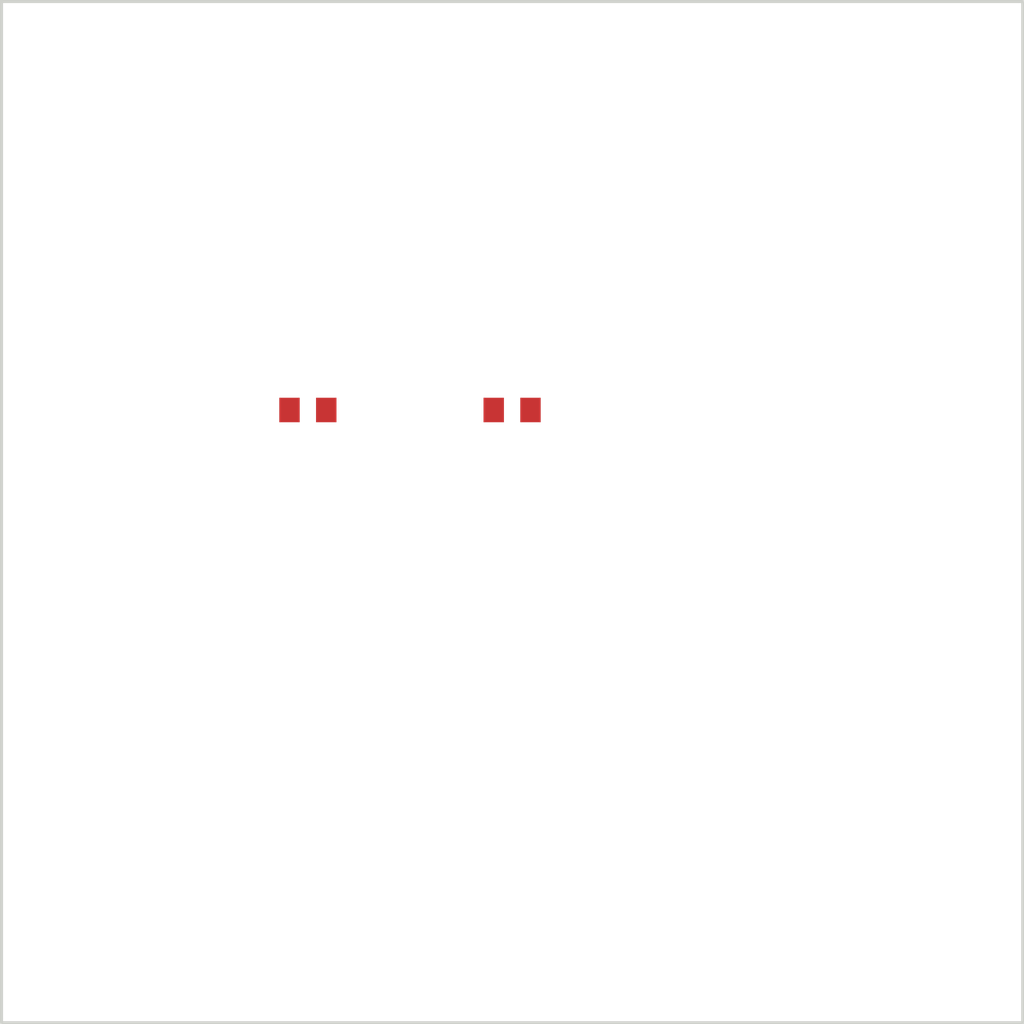
<source format=kicad_pcb>
(kicad_pcb (version 20230121) (generator "test_led_driver")
  (layers (0 "F.Cu" signal) (31 "B.Cu" signal) (34 "B.Paste" user) (35 "F.Paste" user) (36 "B.SilkS" user) (37 "F.SilkS" user) (38 "B.Mask" user) (39 "F.Mask" user) (44 "Edge.Cuts" user))
  (net 0 "")
  (net 1 "VCC")
  (net 2 "GND")
  (footprint "Resistor_SMD:R_0805_2012Metric" (layer "F.Cu") (at 25 30)
    (property "Reference" "R1")
    (property "Value" "10k")
    (pad "1" smd rect (at -0.9 0) (size 1 1.2) (layers "F.Cu" "F.Paste" "F.Mask") (net 1 "VCC"))
    (pad "2" smd rect (at 0.9 0) (size 1 1.2) (layers "F.Cu" "F.Paste" "F.Mask") (net 3 "TIMING"))
  )
  (footprint "Resistor_SMD:R_0805_2012Metric" (layer "F.Cu") (at 35 30)
    (property "Reference" "R2")
    (property "Value" "4.7k")
    (pad "1" smd rect (at -0.9 0) (size 1 1.2) (layers "F.Cu" "F.Paste" "F.Mask") (net 3 "TIMING"))
    (pad "2" smd rect (at 0.9 0) (size 1 1.2) (layers "F.Cu" "F.Paste" "F.Mask") (net 4 "THRESHOLD"))
  )
  (gr_rect (start 10 10) (end 60 60) (layer "Edge.Cuts") (width 0.15))
)
</source>
